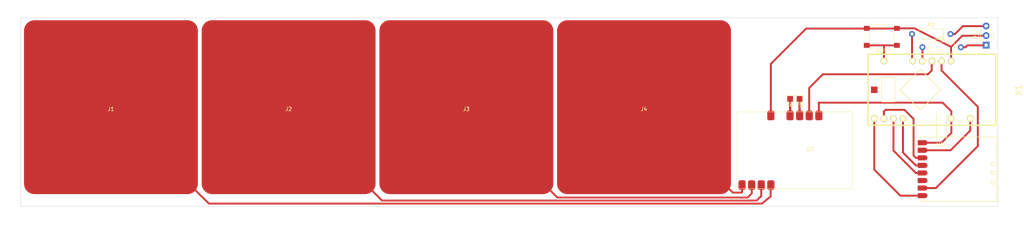
<source format=kicad_pcb>
(kicad_pcb (version 20171130) (host pcbnew "(5.1.5-0-10_14)")

  (general
    (thickness 1.6)
    (drawings 4)
    (tracks 92)
    (zones 0)
    (modules 13)
    (nets 52)
  )

  (page A4)
  (layers
    (0 F.Cu signal)
    (31 B.Cu signal)
    (32 B.Adhes user)
    (33 F.Adhes user)
    (34 B.Paste user)
    (35 F.Paste user)
    (36 B.SilkS user)
    (37 F.SilkS user)
    (38 B.Mask user)
    (39 F.Mask user)
    (40 Dwgs.User user)
    (41 Cmts.User user)
    (42 Eco1.User user)
    (43 Eco2.User user)
    (44 Edge.Cuts user)
    (45 Margin user)
    (46 B.CrtYd user)
    (47 F.CrtYd user)
    (48 B.Fab user)
    (49 F.Fab user)
  )

  (setup
    (last_trace_width 0.4)
    (user_trace_width 0.35)
    (user_trace_width 0.5)
    (user_trace_width 0.6)
    (trace_clearance 0.2)
    (zone_clearance 0.508)
    (zone_45_only no)
    (trace_min 0.2)
    (via_size 0.8)
    (via_drill 0.4)
    (via_min_size 0.4)
    (via_min_drill 0.3)
    (uvia_size 0.3)
    (uvia_drill 0.1)
    (uvias_allowed no)
    (uvia_min_size 0.2)
    (uvia_min_drill 0.1)
    (edge_width 0.05)
    (segment_width 0.2)
    (pcb_text_width 0.3)
    (pcb_text_size 1.5 1.5)
    (mod_edge_width 0.12)
    (mod_text_size 1 1)
    (mod_text_width 0.15)
    (pad_size 1.7272 1.7272)
    (pad_drill 0)
    (pad_to_mask_clearance 0.051)
    (solder_mask_min_width 0.25)
    (aux_axis_origin 0 0)
    (visible_elements FFFFFF7F)
    (pcbplotparams
      (layerselection 0x010fc_ffffffff)
      (usegerberextensions false)
      (usegerberattributes false)
      (usegerberadvancedattributes false)
      (creategerberjobfile false)
      (excludeedgelayer true)
      (linewidth 0.100000)
      (plotframeref false)
      (viasonmask false)
      (mode 1)
      (useauxorigin false)
      (hpglpennumber 1)
      (hpglpenspeed 20)
      (hpglpendiameter 15.000000)
      (psnegative false)
      (psa4output false)
      (plotreference true)
      (plotvalue true)
      (plotinvisibletext false)
      (padsonsilk false)
      (subtractmaskfromsilk false)
      (outputformat 1)
      (mirror false)
      (drillshape 0)
      (scaleselection 1)
      (outputdirectory "gerber/"))
  )

  (net 0 "")
  (net 1 "Net-(D1-Pad3)")
  (net 2 GND)
  (net 3 "Net-(D1-Pad1)")
  (net 4 "Net-(J1-Pad1)")
  (net 5 "Net-(J2-Pad1)")
  (net 6 "Net-(J3-Pad1)")
  (net 7 "Net-(J4-Pad1)")
  (net 8 "Net-(J5-Pad1)")
  (net 9 "Net-(J6-Pad1)")
  (net 10 "Net-(R1-Pad1)")
  (net 11 "Net-(R2-Pad1)")
  (net 12 "Net-(SW1-Pad1)")
  (net 13 CC1101_CS)
  (net 14 +3V3)
  (net 15 MOSI)
  (net 16 SCK)
  (net 17 MISO)
  (net 18 CC1101_GDO0)
  (net 19 "Net-(U2-Pad18)")
  (net 20 "Net-(U2-Pad17)")
  (net 21 "Net-(U2-Pad16)")
  (net 22 "Net-(U2-Pad15)")
  (net 23 "Net-(U2-Pad14)")
  (net 24 "Net-(U2-Pad13)")
  (net 25 "Net-(U2-Pad12)")
  (net 26 "Net-(U2-Pad11)")
  (net 27 "Net-(U2-Pad5)")
  (net 28 MPR121_IRQ)
  (net 29 "Net-(X1-Pad3B)")
  (net 30 "Net-(X1-Pad2B)")
  (net 31 "Net-(X1-Pad6C)")
  (net 32 "Net-(X1-Pad5C)")
  (net 33 "Net-(X1-Pad4C)")
  (net 34 "Net-(X1-Pad3C)")
  (net 35 "Net-(X1-Pad2C)")
  (net 36 "Net-(X1-Pad1C)")
  (net 37 "Net-(X1-Pad6A)")
  (net 38 "Net-(X1-Pad5A)")
  (net 39 "Net-(X1-Pad7A)")
  (net 40 "Net-(X1-Pad8A)")
  (net 41 "Net-(X1-Pad3A)")
  (net 42 "Net-(X1-Pad1A)")
  (net 43 "Net-(X1-Pad2D)")
  (net 44 "Net-(X1-Pad1D)")
  (net 45 "Net-(X1-Pad3D)")
  (net 46 "Net-(X1-Pad10D)")
  (net 47 "Net-(X1-Pad9D)")
  (net 48 "Net-(X1-Pad12D)")
  (net 49 "Net-(X1-Pad5B)")
  (net 50 "Net-(X1-Pad4B)")
  (net 51 "Net-(U1-Pad6)")

  (net_class Default "Dies ist die voreingestellte Netzklasse."
    (clearance 0.2)
    (trace_width 0.4)
    (via_dia 0.8)
    (via_drill 0.4)
    (uvia_dia 0.3)
    (uvia_drill 0.1)
    (add_net +3V3)
    (add_net CC1101_CS)
    (add_net CC1101_GDO0)
    (add_net GND)
    (add_net MISO)
    (add_net MOSI)
    (add_net MPR121_IRQ)
    (add_net "Net-(D1-Pad1)")
    (add_net "Net-(D1-Pad3)")
    (add_net "Net-(J1-Pad1)")
    (add_net "Net-(J2-Pad1)")
    (add_net "Net-(J3-Pad1)")
    (add_net "Net-(J4-Pad1)")
    (add_net "Net-(J5-Pad1)")
    (add_net "Net-(J6-Pad1)")
    (add_net "Net-(R1-Pad1)")
    (add_net "Net-(R2-Pad1)")
    (add_net "Net-(SW1-Pad1)")
    (add_net "Net-(U1-Pad6)")
    (add_net "Net-(U2-Pad11)")
    (add_net "Net-(U2-Pad12)")
    (add_net "Net-(U2-Pad13)")
    (add_net "Net-(U2-Pad14)")
    (add_net "Net-(U2-Pad15)")
    (add_net "Net-(U2-Pad16)")
    (add_net "Net-(U2-Pad17)")
    (add_net "Net-(U2-Pad18)")
    (add_net "Net-(U2-Pad5)")
    (add_net "Net-(X1-Pad10D)")
    (add_net "Net-(X1-Pad12D)")
    (add_net "Net-(X1-Pad1A)")
    (add_net "Net-(X1-Pad1C)")
    (add_net "Net-(X1-Pad1D)")
    (add_net "Net-(X1-Pad2B)")
    (add_net "Net-(X1-Pad2C)")
    (add_net "Net-(X1-Pad2D)")
    (add_net "Net-(X1-Pad3A)")
    (add_net "Net-(X1-Pad3B)")
    (add_net "Net-(X1-Pad3C)")
    (add_net "Net-(X1-Pad3D)")
    (add_net "Net-(X1-Pad4B)")
    (add_net "Net-(X1-Pad4C)")
    (add_net "Net-(X1-Pad5A)")
    (add_net "Net-(X1-Pad5B)")
    (add_net "Net-(X1-Pad5C)")
    (add_net "Net-(X1-Pad6A)")
    (add_net "Net-(X1-Pad6C)")
    (add_net "Net-(X1-Pad7A)")
    (add_net "Net-(X1-Pad8A)")
    (add_net "Net-(X1-Pad9D)")
    (add_net SCK)
  )

  (module additional:MPR121_SMD (layer F.Cu) (tedit 60087BC5) (tstamp 6003B4FA)
    (at 227 52.5 180)
    (path /6002022D)
    (fp_text reference U2 (at -4.064 0.254) (layer F.SilkS)
      (effects (font (size 1 1) (thickness 0.15)))
    )
    (fp_text value MPR121_Module-Touchpad (at -1.27 -2.286) (layer F.Fab)
      (effects (font (size 1 1) (thickness 0.15)))
    )
    (fp_line (start -14.986 -10.668) (end 14.986 -10.668) (layer F.Fab) (width 0.12))
    (fp_line (start -14.986 10.668) (end -14.986 -10.668) (layer F.Fab) (width 0.12))
    (fp_line (start 14.986 10.668) (end -14.986 10.668) (layer F.Fab) (width 0.12))
    (fp_line (start 14.986 -10.668) (end 14.986 10.668) (layer F.Fab) (width 0.12))
    (fp_line (start -16.002 -11.176) (end 16.002 -11.176) (layer F.CrtYd) (width 0.12))
    (fp_line (start -16.002 11.176) (end -16.002 -11.176) (layer F.CrtYd) (width 0.12))
    (fp_line (start 16.002 11.176) (end -16.002 11.176) (layer F.CrtYd) (width 0.12))
    (fp_line (start 16.002 -11.176) (end 16.002 11.176) (layer F.CrtYd) (width 0.12))
    (fp_line (start 15.24 10.16) (end -15.24 10.16) (layer F.SilkS) (width 0.12))
    (fp_line (start 15.24 -10.16) (end 15.24 10.16) (layer F.SilkS) (width 0.12))
    (fp_line (start -15.24 -10.16) (end 15.24 -10.16) (layer F.SilkS) (width 0.12))
    (fp_line (start -15.24 -10.16) (end -15.24 10.16) (layer F.SilkS) (width 0.12))
    (pad 18 smd roundrect (at -13.97 -8.89 180) (size 1.905 2.54) (drill oval (offset 0 -0.3175)) (layers F.Paste F.Mask) (roundrect_rratio 0.25)
      (net 19 "Net-(U2-Pad18)"))
    (pad 17 smd roundrect (at -11.43 -8.89 180) (size 1.905 2.54) (drill oval (offset 0 -0.3175)) (layers F.Paste F.Mask) (roundrect_rratio 0.25)
      (net 20 "Net-(U2-Pad17)"))
    (pad 16 smd roundrect (at -8.89 -8.89 180) (size 1.905 2.54) (drill oval (offset 0 -0.3175)) (layers F.Paste F.Mask) (roundrect_rratio 0.25)
      (net 21 "Net-(U2-Pad16)"))
    (pad 7 smd roundrect (at 13.97 -8.89 180) (size 1.905 2.54) (drill oval (offset 0 -0.3175)) (layers F.Cu F.Paste F.Mask) (roundrect_rratio 0.25)
      (net 7 "Net-(J4-Pad1)"))
    (pad 8 smd roundrect (at 11.43 -8.89 180) (size 1.905 2.54) (drill oval (offset 0 -0.3175)) (layers F.Cu F.Paste F.Mask) (roundrect_rratio 0.25)
      (net 6 "Net-(J3-Pad1)"))
    (pad 9 smd roundrect (at 8.89 -8.89 180) (size 1.905 2.54) (drill oval (offset 0 -0.3175)) (layers F.Cu F.Paste F.Mask) (roundrect_rratio 0.25)
      (net 5 "Net-(J2-Pad1)"))
    (pad 10 smd roundrect (at 6.35 -8.89 180) (size 1.905 2.54) (drill oval (offset 0 -0.3175)) (layers F.Cu F.Paste F.Mask) (roundrect_rratio 0.25)
      (net 4 "Net-(J1-Pad1)"))
    (pad 11 smd roundrect (at 3.81 -8.89 180) (size 1.905 2.54) (drill oval (offset 0 -0.3175)) (layers F.Paste F.Mask) (roundrect_rratio 0.25)
      (net 26 "Net-(U2-Pad11)"))
    (pad 12 smd roundrect (at 1.27 -8.89 180) (size 1.905 2.54) (drill oval (offset 0 -0.3175)) (layers F.Paste F.Mask) (roundrect_rratio 0.25)
      (net 25 "Net-(U2-Pad12)"))
    (pad 13 smd roundrect (at -1.27 -8.89 180) (size 1.905 2.54) (drill oval (offset 0 -0.3175)) (layers F.Paste F.Mask) (roundrect_rratio 0.25)
      (net 24 "Net-(U2-Pad13)"))
    (pad 14 smd roundrect (at -3.81 -8.89 180) (size 1.905 2.54) (drill oval (offset 0 -0.3175)) (layers F.Paste F.Mask) (roundrect_rratio 0.25)
      (net 23 "Net-(U2-Pad14)"))
    (pad 15 smd roundrect (at -6.35 -8.89 180) (size 1.905 2.54) (drill oval (offset 0 -0.3175)) (layers F.Paste F.Mask) (roundrect_rratio 0.25)
      (net 22 "Net-(U2-Pad15)"))
    (pad 6 smd roundrect (at 6.35 8.89 180) (size 1.905 2.54) (drill oval (offset 0 0.3175)) (layers F.Cu F.Paste F.Mask) (roundrect_rratio 0.25)
      (net 2 GND))
    (pad 5 smd roundrect (at 3.81 8.89 180) (size 1.905 2.54) (drill oval (offset 0 0.3175)) (layers F.Paste F.Mask) (roundrect_rratio 0.25)
      (net 27 "Net-(U2-Pad5)"))
    (pad 4 smd roundrect (at 1.27 8.89 180) (size 1.905 2.54) (drill oval (offset 0 0.3175)) (layers F.Cu F.Paste F.Mask) (roundrect_rratio 0.25)
      (net 9 "Net-(J6-Pad1)"))
    (pad 3 smd roundrect (at -1.27 8.89 180) (size 1.905 2.54) (drill oval (offset 0 0.3175)) (layers F.Cu F.Paste F.Mask) (roundrect_rratio 0.25)
      (net 8 "Net-(J5-Pad1)"))
    (pad 2 smd roundrect (at -3.81 8.89 180) (size 1.905 2.54) (drill oval (offset 0 0.3175)) (layers F.Cu F.Paste F.Mask) (roundrect_rratio 0.25)
      (net 28 MPR121_IRQ))
    (pad 1 smd roundrect (at -6.35 8.89 180) (size 1.905 2.54) (drill oval (offset 0 0.3175)) (layers F.Cu F.Paste F.Mask) (roundrect_rratio 0.25)
      (net 14 +3V3))
    (model C:/Users/horst/Documents/Kicad-Projekte/00_Library/touchpad.pretty/MPR121-Breakout-v13.wrl
      (offset (xyz 15.2 -10.2 0.5))
      (scale (xyz 0.01 0.01 0.01))
      (rotate (xyz 0 0 -90))
    )
  )

  (module additional:Arduino_Pro_Mini (layer F.Cu) (tedit 60092B20) (tstamp 6003B9C0)
    (at 263.25 36.5 270)
    (descr "Arduino Pro Mini")
    (tags "Arduino Pro Mini")
    (path /60020F69)
    (fp_text reference X1 (at 0.127 -22.987 90) (layer F.SilkS)
      (effects (font (size 1.778 1.524) (thickness 0.2032)))
    )
    (fp_text value Arduino_Pro_Mini (at 0 -11.557 270) (layer F.Fab) hide
      (effects (font (size 1.016 1.016) (thickness 0.1016)))
    )
    (fp_line (start 6.35 -1.27) (end 13.335 -1.27) (layer F.SilkS) (width 0.1524))
    (fp_line (start 6.35 -3.81) (end 13.335 -3.81) (layer F.SilkS) (width 0.1524))
    (fp_text user " A5" (at 14.097 -3.81 90) (layer F.SilkS) hide
      (effects (font (size 1.27 1.143) (thickness 0.1905)))
    )
    (fp_text user " A4" (at 14.097 -1.27 90) (layer F.SilkS) hide
      (effects (font (size 1.27 1.143) (thickness 0.1905)))
    )
    (fp_text user "  9" (at -11.684 15.621 90) (layer F.SilkS) hide
      (effects (font (size 1.27 1.143) (thickness 0.1905)))
    )
    (fp_text user "  8" (at -11.684 13.081 90) (layer F.SilkS) hide
      (effects (font (size 1.27 1.143) (thickness 0.1905)))
    )
    (fp_text user "  7" (at -11.684 10.541 90) (layer F.SilkS) hide
      (effects (font (size 1.27 1.143) (thickness 0.1905)))
    )
    (fp_text user "  6" (at -11.684 8.001 90) (layer F.SilkS) hide
      (effects (font (size 1.27 1.143) (thickness 0.1905)))
    )
    (fp_text user "  5" (at -11.684 5.461 90) (layer F.SilkS) hide
      (effects (font (size 1.27 1.143) (thickness 0.1905)))
    )
    (fp_text user "  4" (at -11.684 2.921 90) (layer F.SilkS) hide
      (effects (font (size 1.27 1.143) (thickness 0.1905)))
    )
    (fp_text user TXO (at -11.684 -12.319 90) (layer F.SilkS) hide
      (effects (font (size 1.27 1.143) (thickness 0.1905)))
    )
    (fp_text user RXI (at -11.684 -9.779 90) (layer F.SilkS) hide
      (effects (font (size 1.27 1.143) (thickness 0.1905)))
    )
    (fp_text user RST (at -11.684 -7.239 90) (layer F.SilkS) hide
      (effects (font (size 1.27 1.143) (thickness 0.1905)))
    )
    (fp_text user GND (at -11.684 -4.699 90) (layer F.SilkS) hide
      (effects (font (size 1.27 1.143) (thickness 0.1905)))
    )
    (fp_text user "  2" (at -11.684 -2.159 90) (layer F.SilkS) hide
      (effects (font (size 1.27 1.143) (thickness 0.1905)))
    )
    (fp_text user "  3" (at -11.684 0.381 90) (layer F.SilkS) hide
      (effects (font (size 1.27 1.143) (thickness 0.1905)))
    )
    (fp_text user " A2" (at 11.557 0 90) (layer F.SilkS) hide
      (effects (font (size 1.27 1.143) (thickness 0.1905)))
    )
    (fp_text user " A3" (at 11.557 -2.54 90) (layer F.SilkS) hide
      (effects (font (size 1.27 1.143) (thickness 0.1905)))
    )
    (fp_text user VCC (at 11.557 -5.08 90) (layer F.SilkS) hide
      (effects (font (size 1.27 1.143) (thickness 0.1905)))
    )
    (fp_text user RST (at 11.557 -7.62 90) (layer F.SilkS) hide
      (effects (font (size 1.27 1.143) (thickness 0.1905)))
    )
    (fp_text user GND (at 11.557 -10.16 90) (layer F.SilkS) hide
      (effects (font (size 1.27 1.143) (thickness 0.1905)))
    )
    (fp_text user RAW (at 11.557 -12.7 90) (layer F.SilkS) hide
      (effects (font (size 1.27 1.143) (thickness 0.1905)))
    )
    (fp_text user " A1" (at 11.557 2.54 90) (layer F.SilkS) hide
      (effects (font (size 1.27 1.143) (thickness 0.1905)))
    )
    (fp_text user " A0" (at 11.557 5.08 90) (layer F.SilkS) hide
      (effects (font (size 1.27 1.143) (thickness 0.1905)))
    )
    (fp_text user " 13" (at 11.557 7.62 90) (layer F.SilkS) hide
      (effects (font (size 1.27 1.143) (thickness 0.1905)))
    )
    (fp_text user " 12" (at 11.557 10.16 90) (layer F.SilkS) hide
      (effects (font (size 1.27 1.143) (thickness 0.1905)))
    )
    (fp_text user " 11" (at 11.557 12.7 90) (layer F.SilkS) hide
      (effects (font (size 1.27 1.143) (thickness 0.1905)))
    )
    (fp_line (start 3.175 9.779) (end -3.175 9.779) (layer F.SilkS) (width 0.1524))
    (fp_line (start 3.175 9.779) (end 3.175 13.335) (layer F.SilkS) (width 0.1524))
    (fp_line (start -3.175 13.335) (end 3.175 13.335) (layer F.SilkS) (width 0.1524))
    (fp_line (start -3.175 9.779) (end -3.175 13.335) (layer F.SilkS) (width 0.1524))
    (fp_line (start -5.414456 3.058895) (end -0.026303 -2.329259) (layer F.SilkS) (width 0.1778))
    (fp_line (start -0.026303 -2.329259) (end 5.361851 3.058895) (layer F.SilkS) (width 0.1778))
    (fp_line (start -0.026303 8.447049) (end 5.361851 3.058895) (layer F.SilkS) (width 0.1778))
    (fp_line (start -5.414456 3.058895) (end -0.026303 8.447049) (layer F.SilkS) (width 0.1778))
    (fp_text user " 10" (at 11.557 15.24 90) (layer F.SilkS) hide
      (effects (font (size 1.27 1.143) (thickness 0.1905)))
    )
    (fp_text user " A7" (at 5.207 19.05) (layer F.SilkS) hide
      (effects (font (size 1.27 1.143) (thickness 0.1905)))
    )
    (fp_text user " A6" (at 2.667 19.05) (layer F.SilkS) hide
      (effects (font (size 1.27 1.143) (thickness 0.1905)))
    )
    (fp_text user GND (at 0.127 19.05) (layer F.SilkS) hide
      (effects (font (size 1.27 1.143) (thickness 0.1905)))
    )
    (fp_text user GND (at 6.477 -19.05) (layer F.SilkS) hide
      (effects (font (size 1.27 1.143) (thickness 0.1905)))
    )
    (fp_text user GND (at 3.937 -19.177) (layer F.SilkS) hide
      (effects (font (size 1.27 1.143) (thickness 0.1905)))
    )
    (fp_text user VCC (at 1.397 -19.05) (layer F.SilkS) hide
      (effects (font (size 1.27 1.143) (thickness 0.1905)))
    )
    (fp_text user RXI (at -1.143 -19.05) (layer F.SilkS) hide
      (effects (font (size 1.27 1.143) (thickness 0.1905)))
    )
    (fp_text user TXO (at -3.683 -19.05) (layer F.SilkS) hide
      (effects (font (size 1.27 1.143) (thickness 0.1905)))
    )
    (fp_text user DTR (at -6.223 -19.05) (layer F.SilkS) hide
      (effects (font (size 1.27 1.143) (thickness 0.1778)))
    )
    (fp_line (start -9.398 -16.891) (end 9.398 -16.891) (layer F.SilkS) (width 0.381))
    (fp_line (start 9.398 -16.891) (end 9.398 16.891) (layer F.SilkS) (width 0.381))
    (fp_line (start 9.398 16.891) (end -9.398 16.891) (layer F.SilkS) (width 0.381))
    (fp_line (start -9.398 16.891) (end -9.398 -16.891) (layer F.SilkS) (width 0.381))
    (pad 4B connect circle (at 5.08 -1.27 270) (size 1.7272 1.7272) (layers F.Mask)
      (net 50 "Net-(X1-Pad4B)"))
    (pad 5B connect circle (at 5.08 -3.81 270) (size 1.7272 1.7272) (layers F.Mask)
      (net 49 "Net-(X1-Pad5B)"))
    (pad 12D connect circle (at -7.62 15.24 270) (size 1.7272 1.7272) (layers F.Mask)
      (net 48 "Net-(X1-Pad12D)"))
    (pad 11D thru_hole circle (at -7.62 12.7 270) (size 1.7272 1.7272) (drill 1.016) (layers *.Cu *.Mask F.SilkS)
      (net 12 "Net-(SW1-Pad1)"))
    (pad 9D connect circle (at -7.62 7.62 270) (size 1.7272 1.7272) (layers F.Mask)
      (net 47 "Net-(X1-Pad9D)"))
    (pad 10D connect circle (at -7.62 10.16 270) (size 1.7272 1.7272) (layers F.Mask)
      (net 46 "Net-(X1-Pad10D)"))
    (pad 6D thru_hole circle (at -7.62 0 270) (size 1.7272 1.7272) (drill 1.016) (layers *.Cu *.Mask F.SilkS)
      (net 28 MPR121_IRQ))
    (pad 5D thru_hole circle (at -7.62 -2.54 270) (size 1.7272 1.7272) (drill 1.016) (layers *.Cu *.Mask F.SilkS)
      (net 18 CC1101_GDO0))
    (pad 7D thru_hole circle (at -7.62 2.54 270) (size 1.7272 1.7272) (drill 1.016) (layers *.Cu *.Mask F.SilkS)
      (net 10 "Net-(R1-Pad1)"))
    (pad 8D thru_hole circle (at -7.62 5.08 270) (size 1.7272 1.7272) (drill 1.016) (layers *.Cu *.Mask F.SilkS)
      (net 11 "Net-(R2-Pad1)"))
    (pad 4D thru_hole circle (at -7.62 -5.08 270) (size 1.7272 1.7272) (drill 1.016) (layers *.Cu *.Mask F.SilkS)
      (net 2 GND))
    (pad 3D connect circle (at -7.62 -7.62 270) (size 1.7272 1.7272) (layers F.Mask)
      (net 45 "Net-(X1-Pad3D)"))
    (pad 1D connect rect (at -7.62 -12.7 270) (size 1.7272 1.7272) (layers F.Mask)
      (net 44 "Net-(X1-Pad1D)"))
    (pad 2D connect circle (at -7.62 -10.16 270) (size 1.7272 1.7272) (layers F.Mask)
      (net 43 "Net-(X1-Pad2D)"))
    (pad 2A thru_hole circle (at 7.62 -10.16 270) (size 1.7272 1.7272) (drill 1.016) (layers *.Cu *.Mask F.SilkS)
      (net 2 GND))
    (pad 1A connect rect (at 7.62 -12.7 270) (size 1.7272 1.7272) (layers F.Mask)
      (net 42 "Net-(X1-Pad1A)"))
    (pad 3A connect circle (at 7.62 -7.62 270) (size 1.7272 1.7272) (layers F.Mask)
      (net 41 "Net-(X1-Pad3A)"))
    (pad 4A thru_hole circle (at 7.62 -5.08 270) (size 1.7272 1.7272) (drill 1.016) (layers *.Cu *.Mask F.SilkS)
      (net 14 +3V3))
    (pad 8A connect circle (at 7.62 5.08 270) (size 1.7272 1.7272) (layers F.Mask)
      (net 40 "Net-(X1-Pad8A)"))
    (pad 7A connect circle (at 7.62 2.54 270) (size 1.7272 1.7272) (layers F.Mask)
      (net 39 "Net-(X1-Pad7A)"))
    (pad 5A connect circle (at 7.62 -2.54 270) (size 1.7272 1.7272) (layers F.Mask)
      (net 38 "Net-(X1-Pad5A)"))
    (pad 6A connect circle (at 7.62 0 270) (size 1.7272 1.7272) (layers F.Mask)
      (net 37 "Net-(X1-Pad6A)"))
    (pad 10A thru_hole circle (at 7.62 10.16 270) (size 1.7272 1.7272) (drill 1.016) (layers *.Cu *.Mask F.SilkS)
      (net 17 MISO))
    (pad 9A thru_hole circle (at 7.62 7.62 270) (size 1.7272 1.7272) (drill 1.016) (layers *.Cu *.Mask F.SilkS)
      (net 16 SCK))
    (pad 11A thru_hole circle (at 7.62 12.7 270) (size 1.7272 1.7272) (drill 1.016) (layers *.Cu *.Mask F.SilkS)
      (net 15 MOSI))
    (pad 1C connect rect (at -6.35 -15.24 270) (size 1.7272 1.7272) (layers F.Mask)
      (net 36 "Net-(X1-Pad1C)"))
    (pad 2C connect circle (at -3.81 -15.24 270) (size 1.7272 1.7272) (layers F.Mask)
      (net 35 "Net-(X1-Pad2C)"))
    (pad 3C connect circle (at -1.27 -15.24 270) (size 1.7272 1.7272) (layers F.Mask)
      (net 34 "Net-(X1-Pad3C)"))
    (pad 4C connect circle (at 1.27 -15.24 270) (size 1.7272 1.7272) (layers F.Mask)
      (net 33 "Net-(X1-Pad4C)"))
    (pad 5C connect circle (at 3.81 -15.24 270) (size 1.7272 1.7272) (layers F.Mask)
      (net 32 "Net-(X1-Pad5C)"))
    (pad 6C connect circle (at 6.35 -15.24 270) (size 1.7272 1.7272) (layers F.Mask)
      (net 31 "Net-(X1-Pad6C)"))
    (pad 1B connect rect (at 0 15.24 270) (size 1.7272 1.7272) (layers F.Cu F.Mask)
      (net 2 GND))
    (pad 2B connect circle (at 2.54 15.24 270) (size 1.7272 1.7272) (layers F.Mask)
      (net 30 "Net-(X1-Pad2B)"))
    (pad 3B connect circle (at 5.08 15.24 270) (size 1.7272 1.7272) (layers F.Mask)
      (net 29 "Net-(X1-Pad3B)"))
    (pad 12A thru_hole circle (at 7.62 15.24 270) (size 1.7272 1.7272) (drill 1.016) (layers *.Cu *.Mask F.SilkS)
      (net 13 CC1101_CS))
  )

  (module additional:CC1101_Pads (layer F.Cu) (tedit 5F369401) (tstamp 60087F65)
    (at 258.9 49)
    (path /60022776)
    (fp_text reference U1 (at 6.5 2) (layer F.SilkS)
      (effects (font (size 1 1) (thickness 0.15)))
    )
    (fp_text value CC1101 (at 15.5 15) (layer F.Fab)
      (effects (font (size 1 1) (thickness 0.15)))
    )
    (fp_line (start 21.5 17) (end 1.5 17) (layer F.SilkS) (width 0.15))
    (fp_line (start 21.5 0) (end 21.5 17) (layer F.SilkS) (width 0.15))
    (fp_line (start 1.5 0) (end 21.5 0) (layer F.SilkS) (width 0.15))
    (fp_circle (center 20.5 9.5) (end 21 9.5) (layer F.SilkS) (width 0.15))
    (fp_circle (center 20.5 7) (end 20.5 7.5) (layer F.SilkS) (width 0.15))
    (fp_circle (center 20.5 12) (end 20.5 12.5) (layer F.SilkS) (width 0.15))
    (fp_line (start 1.5 0) (end 1.5 0.5) (layer F.SilkS) (width 0.15))
    (fp_line (start 1.5 17) (end 1.5 16.5) (layer F.SilkS) (width 0.15))
    (pad 7 connect rect (at 1.5 13.5) (size 1.8 1.35) (layers F.Cu F.Mask)
      (net 18 CC1101_GDO0))
    (pad 6 connect rect (at 1.5 11.5) (size 1.8 1.35) (layers F.Cu F.Mask)
      (net 51 "Net-(U1-Pad6)"))
    (pad 5 connect rect (at 1.5 9.5) (size 1.8 1.35) (layers F.Cu F.Mask)
      (net 17 MISO))
    (pad 4 connect rect (at 1.5 7.5) (size 1.8 1.35) (layers F.Cu F.Mask)
      (net 16 SCK))
    (pad 3 connect rect (at 1.5 5.5) (size 1.8 1.35) (layers F.Cu F.Mask)
      (net 15 MOSI))
    (pad 2 connect rect (at 1.5 3.5) (size 1.8 1.35) (layers F.Cu F.Mask)
      (net 2 GND))
    (pad 1 connect rect (at 1.5 1.5) (size 1.8 1.35) (layers F.Cu F.Mask)
      (net 14 +3V3))
    (pad 7 smd circle (at 2.5 13.5) (size 1.35 1.35) (layers F.Cu F.Paste F.Mask)
      (net 18 CC1101_GDO0))
    (pad 6 smd circle (at 2.5 11.5) (size 1.35 1.35) (layers F.Cu F.Paste F.Mask)
      (net 51 "Net-(U1-Pad6)"))
    (pad 5 smd circle (at 2.5 9.5) (size 1.35 1.35) (layers F.Cu F.Paste F.Mask)
      (net 17 MISO))
    (pad 4 smd circle (at 2.5 7.5) (size 1.35 1.35) (layers F.Cu F.Paste F.Mask)
      (net 16 SCK))
    (pad 3 smd circle (at 2.5 5.5) (size 1.35 1.35) (layers F.Cu F.Paste F.Mask)
      (net 15 MOSI))
    (pad 2 smd circle (at 2.5 3.5) (size 1.35 1.35) (layers F.Cu F.Paste F.Mask)
      (net 2 GND))
    (pad 1 smd circle (at 2.5 1.5) (size 1.35 1.35) (layers F.Cu F.Paste F.Mask)
      (net 14 +3V3))
    (pad 8 connect rect (at 1.5 15.5) (size 1.8 1.35) (layers F.Cu F.Mask)
      (net 13 CC1101_CS))
    (pad 8 smd circle (at 2.5 15.5) (size 1.35 1.35) (layers F.Cu F.Paste F.Mask)
      (net 13 CC1101_CS))
  )

  (module Button_Switch_SMD:SW_SPST_PTS645 (layer F.Cu) (tedit 5A02FC95) (tstamp 6003A60E)
    (at 250 22.5 180)
    (descr "C&K Components SPST SMD PTS645 Series 6mm Tact Switch")
    (tags "SPST Button Switch")
    (path /60046D09)
    (attr smd)
    (fp_text reference SW1 (at 0 -4.05) (layer F.SilkS)
      (effects (font (size 1 1) (thickness 0.15)))
    )
    (fp_text value Config (at 0 4.15) (layer F.Fab)
      (effects (font (size 1 1) (thickness 0.15)))
    )
    (fp_text user %R (at 0 -4.05) (layer F.Fab)
      (effects (font (size 1 1) (thickness 0.15)))
    )
    (fp_line (start -3 -3) (end -3 3) (layer F.Fab) (width 0.1))
    (fp_line (start -3 3) (end 3 3) (layer F.Fab) (width 0.1))
    (fp_line (start 3 3) (end 3 -3) (layer F.Fab) (width 0.1))
    (fp_line (start 3 -3) (end -3 -3) (layer F.Fab) (width 0.1))
    (fp_line (start 5.05 3.4) (end 5.05 -3.4) (layer F.CrtYd) (width 0.05))
    (fp_line (start -5.05 -3.4) (end -5.05 3.4) (layer F.CrtYd) (width 0.05))
    (fp_line (start -5.05 3.4) (end 5.05 3.4) (layer F.CrtYd) (width 0.05))
    (fp_line (start -5.05 -3.4) (end 5.05 -3.4) (layer F.CrtYd) (width 0.05))
    (fp_line (start 3.23 -3.23) (end 3.23 -3.2) (layer F.SilkS) (width 0.12))
    (fp_line (start 3.23 3.23) (end 3.23 3.2) (layer F.SilkS) (width 0.12))
    (fp_line (start -3.23 3.23) (end -3.23 3.2) (layer F.SilkS) (width 0.12))
    (fp_line (start -3.23 -3.2) (end -3.23 -3.23) (layer F.SilkS) (width 0.12))
    (fp_line (start 3.23 -1.3) (end 3.23 1.3) (layer F.SilkS) (width 0.12))
    (fp_line (start -3.23 -3.23) (end 3.23 -3.23) (layer F.SilkS) (width 0.12))
    (fp_line (start -3.23 -1.3) (end -3.23 1.3) (layer F.SilkS) (width 0.12))
    (fp_line (start -3.23 3.23) (end 3.23 3.23) (layer F.SilkS) (width 0.12))
    (fp_circle (center 0 0) (end 1.75 -0.05) (layer F.Fab) (width 0.1))
    (pad 2 smd rect (at -3.98 2.25 180) (size 1.55 1.3) (layers F.Cu F.Paste F.Mask)
      (net 2 GND))
    (pad 1 smd rect (at -3.98 -2.25 180) (size 1.55 1.3) (layers F.Cu F.Paste F.Mask)
      (net 12 "Net-(SW1-Pad1)"))
    (pad 1 smd rect (at 3.98 -2.25 180) (size 1.55 1.3) (layers F.Cu F.Paste F.Mask)
      (net 12 "Net-(SW1-Pad1)"))
    (pad 2 smd rect (at 3.98 2.25 180) (size 1.55 1.3) (layers F.Cu F.Paste F.Mask)
      (net 2 GND))
    (model ${KISYS3DMOD}/Button_Switch_SMD.3dshapes/SW_SPST_PTS645.wrl
      (at (xyz 0 0 0))
      (scale (xyz 1 1 1))
      (rotate (xyz 0 0 0))
    )
  )

  (module Resistor_THT:R_Axial_DIN0207_L6.3mm_D2.5mm_P10.16mm_Horizontal (layer F.Cu) (tedit 5AE5139B) (tstamp 6003A5F4)
    (at 258 21.75)
    (descr "Resistor, Axial_DIN0207 series, Axial, Horizontal, pin pitch=10.16mm, 0.25W = 1/4W, length*diameter=6.3*2.5mm^2, http://cdn-reichelt.de/documents/datenblatt/B400/1_4W%23YAG.pdf")
    (tags "Resistor Axial_DIN0207 series Axial Horizontal pin pitch 10.16mm 0.25W = 1/4W length 6.3mm diameter 2.5mm")
    (path /600505B7)
    (fp_text reference R2 (at 5.08 -2.37) (layer F.SilkS)
      (effects (font (size 1 1) (thickness 0.15)))
    )
    (fp_text value 330 (at 5.08 2.37) (layer F.Fab)
      (effects (font (size 1 1) (thickness 0.15)))
    )
    (fp_line (start 1.93 -1.25) (end 1.93 1.25) (layer F.Fab) (width 0.1))
    (fp_line (start 1.93 1.25) (end 8.23 1.25) (layer F.Fab) (width 0.1))
    (fp_line (start 8.23 1.25) (end 8.23 -1.25) (layer F.Fab) (width 0.1))
    (fp_line (start 8.23 -1.25) (end 1.93 -1.25) (layer F.Fab) (width 0.1))
    (fp_line (start 0 0) (end 1.93 0) (layer F.Fab) (width 0.1))
    (fp_line (start 10.16 0) (end 8.23 0) (layer F.Fab) (width 0.1))
    (fp_line (start 1.81 -1.37) (end 1.81 1.37) (layer F.SilkS) (width 0.12))
    (fp_line (start 1.81 1.37) (end 8.35 1.37) (layer F.SilkS) (width 0.12))
    (fp_line (start 8.35 1.37) (end 8.35 -1.37) (layer F.SilkS) (width 0.12))
    (fp_line (start 8.35 -1.37) (end 1.81 -1.37) (layer F.SilkS) (width 0.12))
    (fp_line (start 1.04 0) (end 1.81 0) (layer F.SilkS) (width 0.12))
    (fp_line (start 9.12 0) (end 8.35 0) (layer F.SilkS) (width 0.12))
    (fp_line (start -1.05 -1.5) (end -1.05 1.5) (layer F.CrtYd) (width 0.05))
    (fp_line (start -1.05 1.5) (end 11.21 1.5) (layer F.CrtYd) (width 0.05))
    (fp_line (start 11.21 1.5) (end 11.21 -1.5) (layer F.CrtYd) (width 0.05))
    (fp_line (start 11.21 -1.5) (end -1.05 -1.5) (layer F.CrtYd) (width 0.05))
    (fp_text user %R (at 5.08 0) (layer F.Fab)
      (effects (font (size 1 1) (thickness 0.15)))
    )
    (pad 1 thru_hole circle (at 0 0) (size 1.6 1.6) (drill 0.8) (layers *.Cu *.Mask)
      (net 11 "Net-(R2-Pad1)"))
    (pad 2 thru_hole oval (at 10.16 0) (size 1.6 1.6) (drill 0.8) (layers *.Cu *.Mask)
      (net 1 "Net-(D1-Pad3)"))
    (model ${KISYS3DMOD}/Resistor_THT.3dshapes/R_Axial_DIN0207_L6.3mm_D2.5mm_P10.16mm_Horizontal.wrl
      (at (xyz 0 0 0))
      (scale (xyz 1 1 1))
      (rotate (xyz 0 0 0))
    )
  )

  (module Resistor_THT:R_Axial_DIN0207_L6.3mm_D2.5mm_P10.16mm_Horizontal (layer F.Cu) (tedit 5AE5139B) (tstamp 6003A5DD)
    (at 260.75 25.25)
    (descr "Resistor, Axial_DIN0207 series, Axial, Horizontal, pin pitch=10.16mm, 0.25W = 1/4W, length*diameter=6.3*2.5mm^2, http://cdn-reichelt.de/documents/datenblatt/B400/1_4W%23YAG.pdf")
    (tags "Resistor Axial_DIN0207 series Axial Horizontal pin pitch 10.16mm 0.25W = 1/4W length 6.3mm diameter 2.5mm")
    (path /6004FD3E)
    (fp_text reference R1 (at 5.08 -2.37) (layer F.SilkS)
      (effects (font (size 1 1) (thickness 0.15)))
    )
    (fp_text value 330 (at 5.08 2.37) (layer F.Fab)
      (effects (font (size 1 1) (thickness 0.15)))
    )
    (fp_line (start 1.93 -1.25) (end 1.93 1.25) (layer F.Fab) (width 0.1))
    (fp_line (start 1.93 1.25) (end 8.23 1.25) (layer F.Fab) (width 0.1))
    (fp_line (start 8.23 1.25) (end 8.23 -1.25) (layer F.Fab) (width 0.1))
    (fp_line (start 8.23 -1.25) (end 1.93 -1.25) (layer F.Fab) (width 0.1))
    (fp_line (start 0 0) (end 1.93 0) (layer F.Fab) (width 0.1))
    (fp_line (start 10.16 0) (end 8.23 0) (layer F.Fab) (width 0.1))
    (fp_line (start 1.81 -1.37) (end 1.81 1.37) (layer F.SilkS) (width 0.12))
    (fp_line (start 1.81 1.37) (end 8.35 1.37) (layer F.SilkS) (width 0.12))
    (fp_line (start 8.35 1.37) (end 8.35 -1.37) (layer F.SilkS) (width 0.12))
    (fp_line (start 8.35 -1.37) (end 1.81 -1.37) (layer F.SilkS) (width 0.12))
    (fp_line (start 1.04 0) (end 1.81 0) (layer F.SilkS) (width 0.12))
    (fp_line (start 9.12 0) (end 8.35 0) (layer F.SilkS) (width 0.12))
    (fp_line (start -1.05 -1.5) (end -1.05 1.5) (layer F.CrtYd) (width 0.05))
    (fp_line (start -1.05 1.5) (end 11.21 1.5) (layer F.CrtYd) (width 0.05))
    (fp_line (start 11.21 1.5) (end 11.21 -1.5) (layer F.CrtYd) (width 0.05))
    (fp_line (start 11.21 -1.5) (end -1.05 -1.5) (layer F.CrtYd) (width 0.05))
    (fp_text user %R (at 5.08 0) (layer F.Fab)
      (effects (font (size 1 1) (thickness 0.15)))
    )
    (pad 1 thru_hole circle (at 0 0) (size 1.6 1.6) (drill 0.8) (layers *.Cu *.Mask)
      (net 10 "Net-(R1-Pad1)"))
    (pad 2 thru_hole oval (at 10.16 0) (size 1.6 1.6) (drill 0.8) (layers *.Cu *.Mask)
      (net 3 "Net-(D1-Pad1)"))
    (model ${KISYS3DMOD}/Resistor_THT.3dshapes/R_Axial_DIN0207_L6.3mm_D2.5mm_P10.16mm_Horizontal.wrl
      (at (xyz 0 0 0))
      (scale (xyz 1 1 1))
      (rotate (xyz 0 0 0))
    )
  )

  (module TestPoint:TestPoint_Pad_1.5x1.5mm (layer F.Cu) (tedit 5A0F774F) (tstamp 6003A5C6)
    (at 225.75 38.9 180)
    (descr "SMD rectangular pad as test Point, square 1.5mm side length")
    (tags "test point SMD pad rectangle square")
    (path /60024066)
    (attr virtual)
    (fp_text reference J6 (at 0 -1.648) (layer F.SilkS)
      (effects (font (size 1 1) (thickness 0.15)))
    )
    (fp_text value SDA (at 0 1.75) (layer F.Fab)
      (effects (font (size 1 1) (thickness 0.15)))
    )
    (fp_line (start 1.25 1.25) (end -1.25 1.25) (layer F.CrtYd) (width 0.05))
    (fp_line (start 1.25 1.25) (end 1.25 -1.25) (layer F.CrtYd) (width 0.05))
    (fp_line (start -1.25 -1.25) (end -1.25 1.25) (layer F.CrtYd) (width 0.05))
    (fp_line (start -1.25 -1.25) (end 1.25 -1.25) (layer F.CrtYd) (width 0.05))
    (fp_line (start -0.95 0.95) (end -0.95 -0.95) (layer F.SilkS) (width 0.12))
    (fp_line (start 0.95 0.95) (end -0.95 0.95) (layer F.SilkS) (width 0.12))
    (fp_line (start 0.95 -0.95) (end 0.95 0.95) (layer F.SilkS) (width 0.12))
    (fp_line (start -0.95 -0.95) (end 0.95 -0.95) (layer F.SilkS) (width 0.12))
    (fp_text user %R (at 0 -1.65) (layer F.Fab)
      (effects (font (size 1 1) (thickness 0.15)))
    )
    (pad 1 smd rect (at 0 0 180) (size 1.5 1.5) (layers F.Cu F.Mask)
      (net 9 "Net-(J6-Pad1)"))
  )

  (module TestPoint:TestPoint_Pad_1.5x1.5mm (layer F.Cu) (tedit 5A0F774F) (tstamp 6003A5B8)
    (at 228.25 38.9 180)
    (descr "SMD rectangular pad as test Point, square 1.5mm side length")
    (tags "test point SMD pad rectangle square")
    (path /600233F1)
    (attr virtual)
    (fp_text reference J5 (at 0 -1.648) (layer F.SilkS)
      (effects (font (size 1 1) (thickness 0.15)))
    )
    (fp_text value SCL (at 0 1.75) (layer F.Fab)
      (effects (font (size 1 1) (thickness 0.15)))
    )
    (fp_line (start 1.25 1.25) (end -1.25 1.25) (layer F.CrtYd) (width 0.05))
    (fp_line (start 1.25 1.25) (end 1.25 -1.25) (layer F.CrtYd) (width 0.05))
    (fp_line (start -1.25 -1.25) (end -1.25 1.25) (layer F.CrtYd) (width 0.05))
    (fp_line (start -1.25 -1.25) (end 1.25 -1.25) (layer F.CrtYd) (width 0.05))
    (fp_line (start -0.95 0.95) (end -0.95 -0.95) (layer F.SilkS) (width 0.12))
    (fp_line (start 0.95 0.95) (end -0.95 0.95) (layer F.SilkS) (width 0.12))
    (fp_line (start 0.95 -0.95) (end 0.95 0.95) (layer F.SilkS) (width 0.12))
    (fp_line (start -0.95 -0.95) (end 0.95 -0.95) (layer F.SilkS) (width 0.12))
    (fp_text user %R (at 0 -1.65) (layer F.Fab)
      (effects (font (size 1 1) (thickness 0.15)))
    )
    (pad 1 smd rect (at 0 0 180) (size 1.5 1.5) (layers F.Cu F.Mask)
      (net 8 "Net-(J5-Pad1)"))
  )

  (module additional:TOUCH_PAD_46x46 (layer F.Cu) (tedit 600202EE) (tstamp 6003A5AA)
    (at 187.1 41.1)
    (path /60024F3D)
    (fp_text reference J4 (at 0 0.5) (layer F.SilkS)
      (effects (font (size 1 1) (thickness 0.15)))
    )
    (fp_text value Pad4 (at 0 -0.5) (layer F.Fab)
      (effects (font (size 1 1) (thickness 0.15)))
    )
    (pad 1 smd roundrect (at 0 0) (size 46 46) (layers F.Cu) (roundrect_rratio 0.06)
      (net 7 "Net-(J4-Pad1)"))
  )

  (module additional:TOUCH_PAD_46x46 (layer F.Cu) (tedit 600202EE) (tstamp 6008D0BE)
    (at 140.1 41.1)
    (path /6002472B)
    (fp_text reference J3 (at 0 0.5) (layer F.SilkS)
      (effects (font (size 1 1) (thickness 0.15)))
    )
    (fp_text value Pad3 (at 0 -0.5) (layer F.Fab)
      (effects (font (size 1 1) (thickness 0.15)))
    )
    (pad 1 smd roundrect (at 0 0) (size 46 46) (layers F.Cu) (roundrect_rratio 0.06)
      (net 6 "Net-(J3-Pad1)"))
  )

  (module additional:TOUCH_PAD_46x46 (layer F.Cu) (tedit 600202EE) (tstamp 6003A5A0)
    (at 93.1 41.1)
    (path /6002424C)
    (fp_text reference J2 (at 0 0.5) (layer F.SilkS)
      (effects (font (size 1 1) (thickness 0.15)))
    )
    (fp_text value Pad2 (at 0 -0.5) (layer F.Fab)
      (effects (font (size 1 1) (thickness 0.15)))
    )
    (pad 1 smd roundrect (at 0 0) (size 46 46) (layers F.Cu) (roundrect_rratio 0.06)
      (net 5 "Net-(J2-Pad1)"))
  )

  (module additional:TOUCH_PAD_46x46 (layer F.Cu) (tedit 600202EE) (tstamp 6003A59B)
    (at 46.1 41.1)
    (path /60023B44)
    (fp_text reference J1 (at 0 0.5) (layer F.SilkS)
      (effects (font (size 1 1) (thickness 0.15)))
    )
    (fp_text value Pad1 (at 0 -0.5) (layer F.Fab)
      (effects (font (size 1 1) (thickness 0.15)))
    )
    (pad 1 smd roundrect (at 0 0) (size 46 46) (layers F.Cu) (roundrect_rratio 0.06)
      (net 4 "Net-(J1-Pad1)"))
  )

  (module LED_THT:LED_D3.0mm-3 (layer F.Cu) (tedit 587A3A7B) (tstamp 6003A596)
    (at 277.6 24.7 90)
    (descr "LED, diameter 3.0mm, 2 pins, diameter 3.0mm, 3 pins, http://www.kingbright.com/attachments/file/psearch/000/00/00/L-3VSURKCGKC(Ver.8A).pdf")
    (tags "LED diameter 3.0mm 2 pins diameter 3.0mm 3 pins")
    (path /60054C83)
    (fp_text reference D1 (at 2.54 -2.96 90) (layer F.SilkS)
      (effects (font (size 1 1) (thickness 0.15)))
    )
    (fp_text value DuoLED (at 2.54 2.96 90) (layer F.Fab)
      (effects (font (size 1 1) (thickness 0.15)))
    )
    (fp_arc (start 2.54 0) (end 1.04 -1.16619) (angle 284.3) (layer F.Fab) (width 0.1))
    (fp_arc (start 2.54 0) (end 0.98 -1.235516) (angle 108.8) (layer F.SilkS) (width 0.12))
    (fp_arc (start 2.54 0) (end 0.98 1.235516) (angle -108.8) (layer F.SilkS) (width 0.12))
    (fp_arc (start 2.54 0) (end 1.499039 -1.08) (angle 87.9) (layer F.SilkS) (width 0.12))
    (fp_arc (start 2.54 0) (end 1.499039 1.08) (angle -87.9) (layer F.SilkS) (width 0.12))
    (fp_circle (center 2.54 0) (end 4.04 0) (layer F.Fab) (width 0.1))
    (fp_line (start 1.04 -1.16619) (end 1.04 1.16619) (layer F.Fab) (width 0.1))
    (fp_line (start 0.98 -1.236) (end 0.98 -1.08) (layer F.SilkS) (width 0.12))
    (fp_line (start 0.98 1.08) (end 0.98 1.236) (layer F.SilkS) (width 0.12))
    (fp_line (start -1.15 -2.25) (end -1.15 2.25) (layer F.CrtYd) (width 0.05))
    (fp_line (start -1.15 2.25) (end 6.25 2.25) (layer F.CrtYd) (width 0.05))
    (fp_line (start 6.25 2.25) (end 6.25 -2.25) (layer F.CrtYd) (width 0.05))
    (fp_line (start 6.25 -2.25) (end -1.15 -2.25) (layer F.CrtYd) (width 0.05))
    (pad 1 thru_hole rect (at 0 0 90) (size 1.8 1.8) (drill 0.9) (layers *.Cu *.Mask)
      (net 3 "Net-(D1-Pad1)"))
    (pad 2 thru_hole circle (at 2.54 0 90) (size 1.8 1.8) (drill 0.9) (layers *.Cu *.Mask)
      (net 2 GND))
    (pad 3 thru_hole circle (at 5.08 0 90) (size 1.8 1.8) (drill 0.9) (layers *.Cu *.Mask)
      (net 1 "Net-(D1-Pad3)"))
    (model ${KISYS3DMOD}/LED_THT.3dshapes/LED_D3.0mm-3.wrl
      (at (xyz 0 0 0))
      (scale (xyz 1 1 1))
      (rotate (xyz 0 0 0))
    )
  )

  (gr_line (start 280.7 67.3) (end 22.25 67.300025) (layer Edge.Cuts) (width 0.1) (tstamp 60088760))
  (gr_line (start 280.7 17.5) (end 280.7 67.3) (layer Edge.Cuts) (width 0.1))
  (gr_line (start 22.25 17.5) (end 280.7 17.5) (layer Edge.Cuts) (width 0.1))
  (gr_line (start 22.25 67.300025) (end 22.25 17.5) (layer Edge.Cuts) (width 0.1))

  (segment (start 269.36 21.75) (end 268.16 21.75) (width 0.5) (layer F.Cu) (net 1))
  (segment (start 271.44 19.67) (end 269.36 21.75) (width 0.5) (layer F.Cu) (net 1))
  (segment (start 277.6 19.67) (end 271.44 19.67) (width 0.5) (layer F.Cu) (net 1))
  (segment (start 268.2 52.5) (end 273.4 47.3) (width 0.5) (layer F.Cu) (net 2))
  (segment (start 273.4 47.3) (end 273.4 44.1) (width 0.5) (layer F.Cu) (net 2))
  (segment (start 220.65 43.61) (end 220.65 29.65) (width 0.5) (layer F.Cu) (net 2))
  (segment (start 220.65 29.65) (end 230 20.3) (width 0.5) (layer F.Cu) (net 2))
  (segment (start 230 20.3) (end 246 20.3) (width 0.5) (layer F.Cu) (net 2))
  (segment (start 246 20.3) (end 254 20.3) (width 0.5) (layer F.Cu) (net 2))
  (segment (start 268.33 28.88) (end 268.33 25.154) (width 0.5) (layer F.Cu) (net 2))
  (segment (start 258.634 20.25) (end 253.98 20.25) (width 0.5) (layer F.Cu) (net 2))
  (segment (start 268.33 25.154) (end 258.634 20.25) (width 0.5) (layer F.Cu) (net 2))
  (segment (start 271.274 22.21) (end 268.33 25.154) (width 0.5) (layer F.Cu) (net 2))
  (segment (start 277.7 22.2) (end 271.274 22.21) (width 0.5) (layer F.Cu) (net 2))
  (segment (start 260.4 52.5) (end 268.2 52.5) (width 0.5) (layer F.Cu) (net 2))
  (segment (start 272.11 25.25) (end 270.91 25.25) (width 0.5) (layer F.Cu) (net 3))
  (segment (start 272.61 24.75) (end 272.11 25.25) (width 0.5) (layer F.Cu) (net 3))
  (segment (start 277.6 24.75) (end 272.61 24.75) (width 0.5) (layer F.Cu) (net 3))
  (segment (start 220.65 61.7068) (end 220.65 61.39) (width 0.4) (layer F.Cu) (net 4))
  (segment (start 72.00711 66.6) (end 218.29289 66.6) (width 0.5) (layer F.Cu) (net 4))
  (segment (start 220.6 64.7) (end 220.6 61.7) (width 0.5) (layer F.Cu) (net 4))
  (segment (start 218.3 66.6) (end 220.6 64.7) (width 0.5) (layer F.Cu) (net 4))
  (segment (start 46.1 41.1) (end 72 66.6) (width 0.5) (layer F.Cu) (net 4))
  (segment (start 218.11 61.6917) (end 218.11 61.39) (width 0.4) (layer F.Cu) (net 5))
  (segment (start 218.11 61.39) (end 218.11 64.59) (width 0.5) (layer F.Cu) (net 5))
  (segment (start 93.1 41.1) (end 117.8 65.8) (width 0.5) (layer F.Cu) (net 5))
  (segment (start 216.9 65.8) (end 218.11 64.59) (width 0.5) (layer F.Cu) (net 5))
  (segment (start 117.8 65.8) (end 216.9 65.8) (width 0.5) (layer F.Cu) (net 5))
  (segment (start 215.57 61.6872) (end 215.57 61.39) (width 0.4) (layer F.Cu) (net 6))
  (segment (start 140.1 41.1) (end 164.2 65) (width 0.5) (layer F.Cu) (net 6))
  (segment (start 215.6 63.9) (end 215.6 61.8) (width 0.5) (layer F.Cu) (net 6))
  (segment (start 214.5 65) (end 215.6 63.9) (width 0.5) (layer F.Cu) (net 6))
  (segment (start 164.2 65) (end 214.5 65) (width 0.5) (layer F.Cu) (net 6))
  (segment (start 187.1 41.1) (end 192.74 41.1) (width 0.4) (layer F.Cu) (net 7))
  (segment (start 187.1 41.1) (end 188 41.1) (width 0.5) (layer F.Cu) (net 7))
  (segment (start 213.03 61.39) (end 213.03 63.57) (width 0.5) (layer F.Cu) (net 7))
  (segment (start 212.9 63.7) (end 210.6 63.7) (width 0.5) (layer F.Cu) (net 7))
  (segment (start 213.03 63.57) (end 212.9 63.7) (width 0.5) (layer F.Cu) (net 7))
  (segment (start 188 41.1) (end 210.6 63.7) (width 0.5) (layer F.Cu) (net 7))
  (segment (start 228.25 38.9) (end 228.25 43.45) (width 0.6) (layer F.Cu) (net 8))
  (segment (start 225.75 38.9) (end 225.75 43.45) (width 0.6) (layer F.Cu) (net 9))
  (segment (start 260.75 25.25) (end 260.71 25.29) (width 0.4) (layer F.Cu) (net 10))
  (segment (start 260.75 25.25) (end 260.75 28.85) (width 0.5) (layer F.Cu) (net 10))
  (segment (start 258 28.71) (end 258.17 28.88) (width 0.4) (layer F.Cu) (net 11))
  (segment (start 258 21.75) (end 258 28.9) (width 0.5) (layer F.Cu) (net 11))
  (segment (start 250.56 27.648686) (end 250.56 24.75) (width 0.5) (layer F.Cu) (net 12))
  (segment (start 250.55 27.658686) (end 250.56 27.648686) (width 0.5) (layer F.Cu) (net 12))
  (segment (start 250.55 28.88) (end 250.55 27.658686) (width 0.5) (layer F.Cu) (net 12))
  (segment (start 250.56 24.75) (end 253.85 24.75) (width 0.5) (layer F.Cu) (net 12))
  (segment (start 246.02 24.75) (end 250.56 24.75) (width 0.5) (layer F.Cu) (net 12))
  (segment (start 248.01 44.12) (end 248.01 51.11) (width 0.5) (layer F.Cu) (net 13))
  (segment (start 248.01 51.11) (end 248.01 57.61) (width 0.5) (layer F.Cu) (net 13))
  (segment (start 248.01 57.61) (end 254.9 64.5) (width 0.5) (layer F.Cu) (net 13))
  (segment (start 254.9 64.5) (end 260.5 64.5) (width 0.5) (layer F.Cu) (net 13))
  (segment (start 233.4 39.9) (end 266.1 39.9) (width 0.5) (layer F.Cu) (net 14))
  (segment (start 266.1 39.9) (end 268.4 42.2) (width 0.5) (layer F.Cu) (net 14))
  (segment (start 268.4 42.2) (end 268.4 44) (width 0.5) (layer F.Cu) (net 14))
  (segment (start 268.4 47) (end 268.4 44.3) (width 0.5) (layer F.Cu) (net 14))
  (segment (start 260.4 50.5) (end 265.8 50.5) (width 0.5) (layer F.Cu) (net 14))
  (segment (start 268.4 47.9) (end 268.4 47) (width 0.5) (layer F.Cu) (net 14))
  (segment (start 265.8 50.5) (end 268.4 47.9) (width 0.5) (layer F.Cu) (net 14))
  (segment (start 233.35 39.95) (end 233.4 39.9) (width 0.5) (layer F.Cu) (net 14))
  (segment (start 233.35 43.61) (end 233.35 39.95) (width 0.5) (layer F.Cu) (net 14))
  (segment (start 250.55 42.25) (end 250.55 44.12) (width 0.5) (layer F.Cu) (net 15))
  (segment (start 259 54.5) (end 258.4 53.9) (width 0.5) (layer F.Cu) (net 15))
  (segment (start 256 41.8) (end 251 41.8) (width 0.5) (layer F.Cu) (net 15))
  (segment (start 251 41.8) (end 250.55 42.25) (width 0.5) (layer F.Cu) (net 15))
  (segment (start 258.4 44.2) (end 256 41.8) (width 0.5) (layer F.Cu) (net 15))
  (segment (start 258.4 53.9) (end 258.4 44.2) (width 0.5) (layer F.Cu) (net 15))
  (segment (start 260.4 54.5) (end 259 54.5) (width 0.5) (layer F.Cu) (net 15))
  (segment (start 255.6 51.6) (end 255.6 44.2) (width 0.5) (layer F.Cu) (net 16))
  (segment (start 259 56.5) (end 255.6 53.1) (width 0.5) (layer F.Cu) (net 16))
  (segment (start 255.6 53.1) (end 255.6 51.6) (width 0.5) (layer F.Cu) (net 16))
  (segment (start 260.4 56.5) (end 259 56.5) (width 0.5) (layer F.Cu) (net 16))
  (segment (start 253.09 44.12) (end 253.09 50.89) (width 0.5) (layer F.Cu) (net 17))
  (segment (start 253.09 52.59) (end 253.09 50.89) (width 0.5) (layer F.Cu) (net 17))
  (segment (start 259 58.5) (end 253.09 52.59) (width 0.5) (layer F.Cu) (net 17))
  (segment (start 260.4 58.5) (end 259 58.5) (width 0.5) (layer F.Cu) (net 17))
  (segment (start 275.4 51.4) (end 275.4 41) (width 0.5) (layer F.Cu) (net 18))
  (segment (start 264.3 62.5) (end 275.4 51.4) (width 0.5) (layer F.Cu) (net 18))
  (segment (start 265.8 31.4) (end 265.8 28.9) (width 0.5) (layer F.Cu) (net 18))
  (segment (start 275.4 41) (end 265.8 31.4) (width 0.5) (layer F.Cu) (net 18))
  (segment (start 260.4 62.5) (end 264.3 62.5) (width 0.5) (layer F.Cu) (net 18))
  (segment (start 230.81 43.2483) (end 230.81 43.61) (width 0.4) (layer F.Cu) (net 28))
  (segment (start 230.81 43.252568) (end 230.8 43.242568) (width 0.5) (layer F.Cu) (net 28))
  (segment (start 230.81 43.61) (end 230.81 43.252568) (width 0.5) (layer F.Cu) (net 28))
  (segment (start 230.8 43.242568) (end 230.8 36) (width 0.5) (layer F.Cu) (net 28))
  (segment (start 230.8 36) (end 234.4 32.4) (width 0.5) (layer F.Cu) (net 28))
  (segment (start 234.4 32.4) (end 262.2 32.4) (width 0.5) (layer F.Cu) (net 28))
  (segment (start 262.2 32.4) (end 263.2 31.4) (width 0.5) (layer F.Cu) (net 28))
  (segment (start 263.2 31.4) (end 263.2 29.2) (width 0.5) (layer F.Cu) (net 28))
  (segment (start 263.2 29.2) (end 263.3 29.1) (width 0.5) (layer F.Cu) (net 28))

  (zone (net 0) (net_name "") (layer B.Cu) (tstamp 0) (hatch edge 0.508)
    (connect_pads (clearance 0.508))
    (min_thickness 0.254)
    (keepout (tracks not_allowed) (vias not_allowed) (copperpour not_allowed))
    (fill (arc_segments 32) (thermal_gap 0.508) (thermal_bridge_width 0.508))
    (polygon
      (pts
        (xy 286 76.25) (xy 16.75 76.25) (xy 16.75 12.75) (xy 286 12.75)
      )
    )
  )
)

</source>
